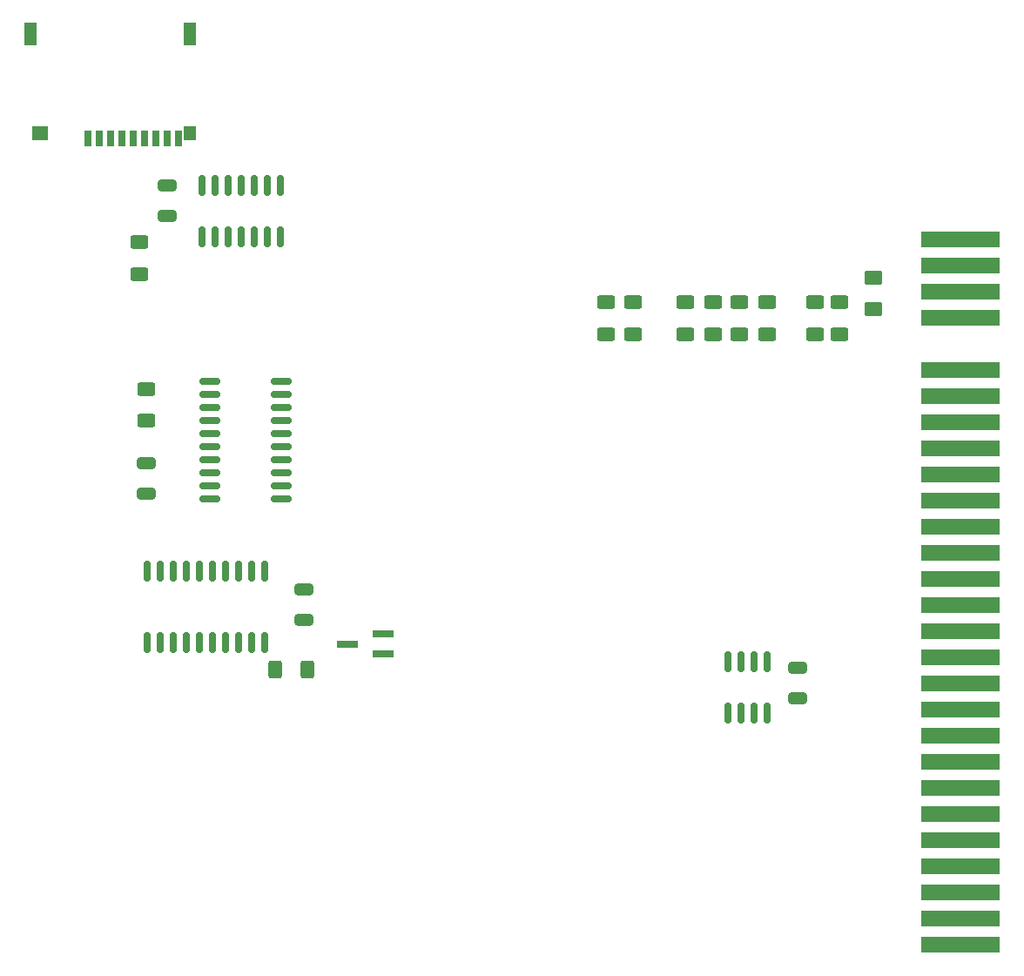
<source format=gtp>
G04 #@! TF.GenerationSoftware,KiCad,Pcbnew,(6.0.0)*
G04 #@! TF.CreationDate,2023-11-06T12:19:40+00:00*
G04 #@! TF.ProjectId,srom,73726f6d-2e6b-4696-9361-645f70636258,v1.3 to v1.4*
G04 #@! TF.SameCoordinates,Original*
G04 #@! TF.FileFunction,Paste,Top*
G04 #@! TF.FilePolarity,Positive*
%FSLAX46Y46*%
G04 Gerber Fmt 4.6, Leading zero omitted, Abs format (unit mm)*
G04 Created by KiCad (PCBNEW (6.0.0)) date 2023-11-06 12:19:40*
%MOMM*%
%LPD*%
G01*
G04 APERTURE LIST*
G04 Aperture macros list*
%AMRoundRect*
0 Rectangle with rounded corners*
0 $1 Rounding radius*
0 $2 $3 $4 $5 $6 $7 $8 $9 X,Y pos of 4 corners*
0 Add a 4 corners polygon primitive as box body*
4,1,4,$2,$3,$4,$5,$6,$7,$8,$9,$2,$3,0*
0 Add four circle primitives for the rounded corners*
1,1,$1+$1,$2,$3*
1,1,$1+$1,$4,$5*
1,1,$1+$1,$6,$7*
1,1,$1+$1,$8,$9*
0 Add four rect primitives between the rounded corners*
20,1,$1+$1,$2,$3,$4,$5,0*
20,1,$1+$1,$4,$5,$6,$7,0*
20,1,$1+$1,$6,$7,$8,$9,0*
20,1,$1+$1,$8,$9,$2,$3,0*%
G04 Aperture macros list end*
%ADD10R,7.620000X1.524000*%
%ADD11RoundRect,0.250000X-0.625000X0.400000X-0.625000X-0.400000X0.625000X-0.400000X0.625000X0.400000X0*%
%ADD12R,2.000000X0.650000*%
%ADD13RoundRect,0.150000X-0.837500X-0.150000X0.837500X-0.150000X0.837500X0.150000X-0.837500X0.150000X0*%
%ADD14RoundRect,0.250000X0.650000X-0.325000X0.650000X0.325000X-0.650000X0.325000X-0.650000X-0.325000X0*%
%ADD15R,0.700000X1.600000*%
%ADD16R,1.200000X2.200000*%
%ADD17R,1.600000X1.400000*%
%ADD18R,1.200000X1.400000*%
%ADD19RoundRect,0.150000X0.150000X-0.825000X0.150000X0.825000X-0.150000X0.825000X-0.150000X-0.825000X0*%
%ADD20RoundRect,0.250000X-0.400000X-0.625000X0.400000X-0.625000X0.400000X0.625000X-0.400000X0.625000X0*%
%ADD21RoundRect,0.250000X-0.650000X0.325000X-0.650000X-0.325000X0.650000X-0.325000X0.650000X0.325000X0*%
%ADD22RoundRect,0.150000X-0.150000X0.837500X-0.150000X-0.837500X0.150000X-0.837500X0.150000X0.837500X0*%
%ADD23RoundRect,0.250001X-0.624999X0.462499X-0.624999X-0.462499X0.624999X-0.462499X0.624999X0.462499X0*%
G04 APERTURE END LIST*
D10*
X141450000Y-95120000D03*
X141450000Y-97660000D03*
X141450000Y-100200000D03*
X141450000Y-102740000D03*
X141450000Y-107820000D03*
X141450000Y-110360000D03*
X141450000Y-112900000D03*
X141450000Y-115440000D03*
X141450000Y-117980000D03*
X141450000Y-120520000D03*
X141450000Y-123060000D03*
X141450000Y-125600000D03*
X141450000Y-128140000D03*
X141450000Y-130680000D03*
X141450000Y-133220000D03*
X141450000Y-135760000D03*
X141450000Y-138300000D03*
X141450000Y-140840000D03*
X141450000Y-143380000D03*
X141450000Y-145920000D03*
X141450000Y-148460000D03*
X141450000Y-151000000D03*
X141450000Y-153540000D03*
X141450000Y-156080000D03*
X141450000Y-158620000D03*
X141450000Y-161160000D03*
X141450000Y-163700000D03*
D11*
X62212500Y-109625000D03*
X62212500Y-112725000D03*
D12*
X85260000Y-135390000D03*
X85260000Y-133490000D03*
X81840000Y-134440000D03*
D13*
X68450000Y-108860000D03*
X68450000Y-110130000D03*
X68450000Y-111400000D03*
X68450000Y-112670000D03*
X68450000Y-113940000D03*
X68450000Y-115210000D03*
X68450000Y-116480000D03*
X68450000Y-117750000D03*
X68450000Y-119020000D03*
X68450000Y-120290000D03*
X75375000Y-120290000D03*
X75375000Y-119020000D03*
X75375000Y-117750000D03*
X75375000Y-116480000D03*
X75375000Y-115210000D03*
X75375000Y-113940000D03*
X75375000Y-112670000D03*
X75375000Y-111400000D03*
X75375000Y-110130000D03*
X75375000Y-108860000D03*
D14*
X64300000Y-92800000D03*
X64300000Y-89850000D03*
D15*
X56550000Y-85240000D03*
X57650000Y-85240000D03*
X58750000Y-85240000D03*
X59850000Y-85240000D03*
X60950000Y-85240000D03*
X62050000Y-85240000D03*
D16*
X66500000Y-75140000D03*
D17*
X51900000Y-84740000D03*
D18*
X66500000Y-84740000D03*
D16*
X51000000Y-75140000D03*
D15*
X63150000Y-85240000D03*
X64250000Y-85240000D03*
X65350000Y-85240000D03*
D19*
X118845000Y-141115000D03*
X120115000Y-141115000D03*
X121385000Y-141115000D03*
X122655000Y-141115000D03*
X122655000Y-136165000D03*
X121385000Y-136165000D03*
X120115000Y-136165000D03*
X118845000Y-136165000D03*
D11*
X117350000Y-101190000D03*
X117350000Y-104290000D03*
D19*
X67640000Y-94815000D03*
X68910000Y-94815000D03*
X70180000Y-94815000D03*
X71450000Y-94815000D03*
X72720000Y-94815000D03*
X73990000Y-94815000D03*
X75260000Y-94815000D03*
X75260000Y-89865000D03*
X73990000Y-89865000D03*
X72720000Y-89865000D03*
X71450000Y-89865000D03*
X70180000Y-89865000D03*
X68910000Y-89865000D03*
X67640000Y-89865000D03*
D11*
X109550000Y-101190000D03*
X109550000Y-104290000D03*
X122650000Y-101190000D03*
X122650000Y-104290000D03*
X106950000Y-101190000D03*
X106950000Y-104290000D03*
D20*
X74800000Y-136940000D03*
X77900000Y-136940000D03*
D14*
X62212500Y-119815000D03*
X62212500Y-116865000D03*
D11*
X127250000Y-101190000D03*
X127250000Y-104290000D03*
X129650000Y-101190000D03*
X129650000Y-104290000D03*
D14*
X125550000Y-139715000D03*
X125550000Y-136765000D03*
D11*
X61550000Y-95390000D03*
X61550000Y-98490000D03*
D21*
X77550000Y-129165000D03*
X77550000Y-132115000D03*
D22*
X73765000Y-127377500D03*
X72495000Y-127377500D03*
X71225000Y-127377500D03*
X69955000Y-127377500D03*
X68685000Y-127377500D03*
X67415000Y-127377500D03*
X66145000Y-127377500D03*
X64875000Y-127377500D03*
X63605000Y-127377500D03*
X62335000Y-127377500D03*
X62335000Y-134302500D03*
X63605000Y-134302500D03*
X64875000Y-134302500D03*
X66145000Y-134302500D03*
X67415000Y-134302500D03*
X68685000Y-134302500D03*
X69955000Y-134302500D03*
X71225000Y-134302500D03*
X72495000Y-134302500D03*
X73765000Y-134302500D03*
D23*
X132950000Y-98852500D03*
X132950000Y-101827500D03*
D11*
X114650000Y-101190000D03*
X114650000Y-104290000D03*
X119950000Y-101190000D03*
X119950000Y-104290000D03*
M02*

</source>
